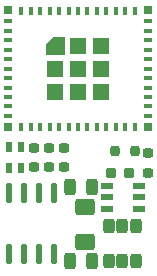
<source format=gbr>
%TF.GenerationSoftware,KiCad,Pcbnew,(6.0.2-0)*%
%TF.CreationDate,2022-02-22T18:24:54+00:00*%
%TF.ProjectId,Keypad2,4b657970-6164-4322-9e6b-696361645f70,5*%
%TF.SameCoordinates,Original*%
%TF.FileFunction,Paste,Top*%
%TF.FilePolarity,Positive*%
%FSLAX46Y46*%
G04 Gerber Fmt 4.6, Leading zero omitted, Abs format (unit mm)*
G04 Created by KiCad (PCBNEW (6.0.2-0)) date 2022-02-22 18:24:54*
%MOMM*%
%LPD*%
G01*
G04 APERTURE LIST*
G04 Aperture macros list*
%AMRoundRect*
0 Rectangle with rounded corners*
0 $1 Rounding radius*
0 $2 $3 $4 $5 $6 $7 $8 $9 X,Y pos of 4 corners*
0 Add a 4 corners polygon primitive as box body*
4,1,4,$2,$3,$4,$5,$6,$7,$8,$9,$2,$3,0*
0 Add four circle primitives for the rounded corners*
1,1,$1+$1,$2,$3*
1,1,$1+$1,$4,$5*
1,1,$1+$1,$6,$7*
1,1,$1+$1,$8,$9*
0 Add four rect primitives between the rounded corners*
20,1,$1+$1,$2,$3,$4,$5,0*
20,1,$1+$1,$4,$5,$6,$7,0*
20,1,$1+$1,$6,$7,$8,$9,0*
20,1,$1+$1,$8,$9,$2,$3,0*%
G04 Aperture macros list end*
%ADD10C,0.010000*%
%ADD11RoundRect,0.184000X0.272000X-0.200000X0.272000X0.200000X-0.272000X0.200000X-0.272000X-0.200000X0*%
%ADD12R,0.768000X0.384000*%
%ADD13R,0.384000X0.768000*%
%ADD14R,1.392000X1.392000*%
%ADD15R,0.672000X0.672000*%
%ADD16RoundRect,0.184000X-0.200000X-0.272000X0.200000X-0.272000X0.200000X0.272000X-0.200000X0.272000X0*%
%ADD17RoundRect,0.115000X-0.173000X0.725000X-0.173000X-0.725000X0.173000X-0.725000X0.173000X0.725000X0*%
%ADD18R,0.480000X0.816000*%
%ADD19R,1.056000X0.576000*%
%ADD20RoundRect,0.207000X-0.225000X-0.249000X0.225000X-0.249000X0.225000X0.249000X-0.225000X0.249000X0*%
%ADD21RoundRect,0.250000X-0.250000X0.350000X-0.250000X-0.350000X0.250000X-0.350000X0.250000X0.350000X0*%
%ADD22RoundRect,0.220875X-0.619125X0.463125X-0.619125X-0.463125X0.619125X-0.463125X0.619125X0.463125X0*%
%ADD23RoundRect,0.230000X0.250000X0.466000X-0.250000X0.466000X-0.250000X-0.466000X0.250000X-0.466000X0*%
%ADD24RoundRect,0.184000X-0.272000X0.200000X-0.272000X-0.200000X0.272000X-0.200000X0.272000X0.200000X0*%
G04 APERTURE END LIST*
D10*
%TO.C,U2*%
X166375000Y-98375000D02*
X166375000Y-96925000D01*
X166375000Y-96925000D02*
X165525000Y-96925000D01*
X165525000Y-96925000D02*
X164925000Y-97525000D01*
X164925000Y-97525000D02*
X164925000Y-98375000D01*
X164925000Y-98375000D02*
X166375000Y-98375000D01*
G36*
X166375000Y-98375000D02*
G01*
X164925000Y-98375000D01*
X164925000Y-97525000D01*
X165525000Y-96925000D01*
X166375000Y-96925000D01*
X166375000Y-98375000D01*
G37*
X166375000Y-98375000D02*
X164925000Y-98375000D01*
X164925000Y-97525000D01*
X165525000Y-96925000D01*
X166375000Y-96925000D01*
X166375000Y-98375000D01*
%TD*%
D11*
%TO.C,R3*%
X166400000Y-107925000D03*
X166400000Y-106275000D03*
%TD*%
D12*
%TO.C,U2*%
X161700000Y-95600000D03*
X161700000Y-96400000D03*
X161700000Y-97200000D03*
X161700000Y-98000000D03*
X161700000Y-98800000D03*
X161700000Y-99600000D03*
X161700000Y-100400000D03*
X161700000Y-101200000D03*
X161700000Y-102000000D03*
X161700000Y-102800000D03*
X161700000Y-103600000D03*
D13*
X162800000Y-104500000D03*
X163600000Y-104500000D03*
X164400000Y-104500000D03*
X165200000Y-104500000D03*
X166000000Y-104500000D03*
X166800000Y-104500000D03*
X167600000Y-104500000D03*
X168400000Y-104500000D03*
X169200000Y-104500000D03*
X170000000Y-104500000D03*
X170800000Y-104500000D03*
X171600000Y-104500000D03*
X172400000Y-104500000D03*
D12*
X173500000Y-103600000D03*
X173500000Y-102800000D03*
X173500000Y-102000000D03*
X173500000Y-101200000D03*
X173500000Y-100400000D03*
X173500000Y-99600000D03*
X173500000Y-98800000D03*
X173500000Y-98000000D03*
X173500000Y-97200000D03*
X173500000Y-96400000D03*
X173500000Y-95600000D03*
D13*
X172400000Y-94700000D03*
X171600000Y-94700000D03*
X170800000Y-94700000D03*
X170000000Y-94700000D03*
X169200000Y-94700000D03*
X168400000Y-94700000D03*
X167600000Y-94700000D03*
X166800000Y-94700000D03*
X166000000Y-94700000D03*
X165200000Y-94700000D03*
X164400000Y-94700000D03*
X163600000Y-94700000D03*
X162800000Y-94700000D03*
D14*
X167600000Y-99600000D03*
D15*
X173550000Y-94650000D03*
X173550000Y-104550000D03*
X161650000Y-104550000D03*
X161650000Y-94650000D03*
D14*
X165650000Y-99600000D03*
X165650000Y-101550000D03*
X167600000Y-101550000D03*
X169550000Y-101550000D03*
X169550000Y-99600000D03*
X169550000Y-97650000D03*
X167600000Y-97650000D03*
%TD*%
D16*
%TO.C,R4*%
X170775000Y-106600000D03*
X172425000Y-106600000D03*
%TD*%
D17*
%TO.C,U1*%
X165605000Y-110125000D03*
X164335000Y-110125000D03*
X163065000Y-110125000D03*
X161795000Y-110125000D03*
X161795000Y-115275000D03*
X163065000Y-115275000D03*
X164335000Y-115275000D03*
X165605000Y-115275000D03*
%TD*%
D18*
%TO.C,D1*%
X162750000Y-106225000D03*
X162750000Y-107975000D03*
X161750000Y-107975000D03*
X161750000Y-106225000D03*
%TD*%
D19*
%TO.C,U3*%
X170050000Y-111450000D03*
D20*
X170375000Y-108400000D03*
D21*
X171350000Y-115900000D03*
X172500000Y-115900000D03*
X171350000Y-112900000D03*
D22*
X168230000Y-111297500D03*
D21*
X170200000Y-112900000D03*
X172500000Y-112900000D03*
D20*
X171925000Y-108400000D03*
D21*
X170200000Y-115900000D03*
D19*
X172750000Y-111450000D03*
X170050000Y-109550000D03*
X170050000Y-110500000D03*
D23*
X168800000Y-109650000D03*
D22*
X168230000Y-114262500D03*
D23*
X166900000Y-109650000D03*
X166900000Y-115900000D03*
D19*
X172750000Y-110500000D03*
D23*
X168800000Y-115900000D03*
D19*
X172750000Y-109550000D03*
%TD*%
D24*
%TO.C,R5*%
X173500000Y-106775000D03*
X173500000Y-108425000D03*
%TD*%
D11*
%TO.C,R2*%
X165150000Y-107925000D03*
X165150000Y-106275000D03*
%TD*%
%TO.C,R1*%
X163900000Y-107925000D03*
X163900000Y-106275000D03*
%TD*%
M02*

</source>
